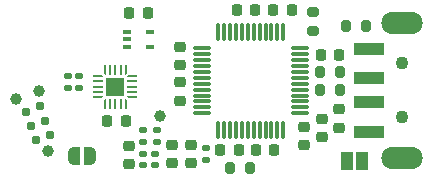
<source format=gbr>
%TF.GenerationSoftware,KiCad,Pcbnew,7.0.7*%
%TF.CreationDate,2024-04-01T13:08:00+02:00*%
%TF.ProjectId,ovrdrive,6f767264-7269-4766-952e-6b696361645f,rev?*%
%TF.SameCoordinates,Original*%
%TF.FileFunction,Soldermask,Top*%
%TF.FilePolarity,Negative*%
%FSLAX46Y46*%
G04 Gerber Fmt 4.6, Leading zero omitted, Abs format (unit mm)*
G04 Created by KiCad (PCBNEW 7.0.7) date 2024-04-01 13:08:00*
%MOMM*%
%LPD*%
G01*
G04 APERTURE LIST*
G04 Aperture macros list*
%AMRoundRect*
0 Rectangle with rounded corners*
0 $1 Rounding radius*
0 $2 $3 $4 $5 $6 $7 $8 $9 X,Y pos of 4 corners*
0 Add a 4 corners polygon primitive as box body*
4,1,4,$2,$3,$4,$5,$6,$7,$8,$9,$2,$3,0*
0 Add four circle primitives for the rounded corners*
1,1,$1+$1,$2,$3*
1,1,$1+$1,$4,$5*
1,1,$1+$1,$6,$7*
1,1,$1+$1,$8,$9*
0 Add four rect primitives between the rounded corners*
20,1,$1+$1,$2,$3,$4,$5,0*
20,1,$1+$1,$4,$5,$6,$7,0*
20,1,$1+$1,$6,$7,$8,$9,0*
20,1,$1+$1,$8,$9,$2,$3,0*%
%AMFreePoly0*
4,1,19,0.500000,-0.750000,0.000000,-0.750000,0.000000,-0.744911,-0.071157,-0.744911,-0.207708,-0.704816,-0.327430,-0.627875,-0.420627,-0.520320,-0.479746,-0.390866,-0.500000,-0.250000,-0.500000,0.250000,-0.479746,0.390866,-0.420627,0.520320,-0.327430,0.627875,-0.207708,0.704816,-0.071157,0.744911,0.000000,0.744911,0.000000,0.750000,0.500000,0.750000,0.500000,-0.750000,0.500000,-0.750000,
$1*%
%AMFreePoly1*
4,1,19,0.000000,0.744911,0.071157,0.744911,0.207708,0.704816,0.327430,0.627875,0.420627,0.520320,0.479746,0.390866,0.500000,0.250000,0.500000,-0.250000,0.479746,-0.390866,0.420627,-0.520320,0.327430,-0.627875,0.207708,-0.704816,0.071157,-0.744911,0.000000,-0.744911,0.000000,-0.750000,-0.500000,-0.750000,-0.500000,0.750000,0.000000,0.750000,0.000000,0.744911,0.000000,0.744911,
$1*%
%AMFreePoly2*
4,1,14,0.289644,0.110355,0.410355,-0.010356,0.425000,-0.045711,0.425000,-0.075000,0.410355,-0.110355,0.375000,-0.125000,-0.375000,-0.125000,-0.410355,-0.110355,-0.425000,-0.075000,-0.425000,0.075000,-0.410355,0.110355,-0.375000,0.125000,0.254289,0.125000,0.289644,0.110355,0.289644,0.110355,$1*%
%AMFreePoly3*
4,1,14,0.410355,0.110355,0.425000,0.075000,0.425000,0.045711,0.410355,0.010356,0.289644,-0.110355,0.254289,-0.125000,-0.375000,-0.125000,-0.410355,-0.110355,-0.425000,-0.075000,-0.425000,0.075000,-0.410355,0.110355,-0.375000,0.125000,0.375000,0.125000,0.410355,0.110355,0.410355,0.110355,$1*%
%AMFreePoly4*
4,1,14,0.110355,0.410355,0.125000,0.375000,0.125000,-0.375000,0.110355,-0.410355,0.075000,-0.425000,-0.075000,-0.425000,-0.110355,-0.410355,-0.125000,-0.375000,-0.125000,0.254289,-0.110355,0.289644,0.010356,0.410355,0.045711,0.425000,0.075000,0.425000,0.110355,0.410355,0.110355,0.410355,$1*%
%AMFreePoly5*
4,1,14,-0.010356,0.410355,0.110355,0.289644,0.125000,0.254289,0.125000,-0.375000,0.110355,-0.410355,0.075000,-0.425000,-0.075000,-0.425000,-0.110355,-0.410355,-0.125000,-0.375000,-0.125000,0.375000,-0.110355,0.410355,-0.075000,0.425000,-0.045711,0.425000,-0.010356,0.410355,-0.010356,0.410355,$1*%
%AMFreePoly6*
4,1,14,0.410355,0.110355,0.425000,0.075000,0.425000,-0.075000,0.410355,-0.110355,0.375000,-0.125000,-0.254289,-0.125000,-0.289644,-0.110355,-0.410355,0.010356,-0.425000,0.045711,-0.425000,0.075000,-0.410355,0.110355,-0.375000,0.125000,0.375000,0.125000,0.410355,0.110355,0.410355,0.110355,$1*%
%AMFreePoly7*
4,1,14,0.410355,0.110355,0.425000,0.075000,0.425000,-0.075000,0.410355,-0.110355,0.375000,-0.125000,-0.375000,-0.125000,-0.410355,-0.110355,-0.425000,-0.075000,-0.425000,-0.045711,-0.410355,-0.010356,-0.289644,0.110355,-0.254289,0.125000,0.375000,0.125000,0.410355,0.110355,0.410355,0.110355,$1*%
%AMFreePoly8*
4,1,14,0.110355,0.410355,0.125000,0.375000,0.125000,-0.254289,0.110355,-0.289644,-0.010356,-0.410355,-0.045711,-0.425000,-0.075000,-0.425000,-0.110355,-0.410355,-0.125000,-0.375000,-0.125000,0.375000,-0.110355,0.410355,-0.075000,0.425000,0.075000,0.425000,0.110355,0.410355,0.110355,0.410355,$1*%
%AMFreePoly9*
4,1,14,0.110355,0.410355,0.125000,0.375000,0.125000,-0.375000,0.110355,-0.410355,0.075000,-0.425000,0.045711,-0.425000,0.010356,-0.410355,-0.110355,-0.289644,-0.125000,-0.254289,-0.125000,0.375000,-0.110355,0.410355,-0.075000,0.425000,0.075000,0.425000,0.110355,0.410355,0.110355,0.410355,$1*%
G04 Aperture macros list end*
%ADD10RoundRect,0.218750X0.256250X-0.218750X0.256250X0.218750X-0.256250X0.218750X-0.256250X-0.218750X0*%
%ADD11RoundRect,0.225000X0.225000X0.250000X-0.225000X0.250000X-0.225000X-0.250000X0.225000X-0.250000X0*%
%ADD12RoundRect,0.147500X0.172500X-0.147500X0.172500X0.147500X-0.172500X0.147500X-0.172500X-0.147500X0*%
%ADD13RoundRect,0.225000X-0.225000X-0.250000X0.225000X-0.250000X0.225000X0.250000X-0.225000X0.250000X0*%
%ADD14RoundRect,0.200000X0.200000X0.275000X-0.200000X0.275000X-0.200000X-0.275000X0.200000X-0.275000X0*%
%ADD15RoundRect,0.225000X-0.250000X0.225000X-0.250000X-0.225000X0.250000X-0.225000X0.250000X0.225000X0*%
%ADD16RoundRect,0.135000X-0.185000X0.135000X-0.185000X-0.135000X0.185000X-0.135000X0.185000X0.135000X0*%
%ADD17FreePoly0,180.000000*%
%ADD18FreePoly1,180.000000*%
%ADD19C,1.100000*%
%ADD20R,2.500000X1.100000*%
%ADD21O,3.500000X1.900000*%
%ADD22R,0.650000X0.400000*%
%ADD23C,0.990600*%
%ADD24C,0.787400*%
%ADD25RoundRect,0.225000X0.250000X-0.225000X0.250000X0.225000X-0.250000X0.225000X-0.250000X-0.225000X0*%
%ADD26C,1.000000*%
%ADD27R,1.000000X1.500000*%
%ADD28RoundRect,0.200000X-0.275000X0.200000X-0.275000X-0.200000X0.275000X-0.200000X0.275000X0.200000X0*%
%ADD29RoundRect,0.135000X0.185000X-0.135000X0.185000X0.135000X-0.185000X0.135000X-0.185000X-0.135000X0*%
%ADD30FreePoly2,0.000000*%
%ADD31RoundRect,0.062500X-0.362500X-0.062500X0.362500X-0.062500X0.362500X0.062500X-0.362500X0.062500X0*%
%ADD32FreePoly3,0.000000*%
%ADD33FreePoly4,0.000000*%
%ADD34RoundRect,0.062500X-0.062500X-0.362500X0.062500X-0.362500X0.062500X0.362500X-0.062500X0.362500X0*%
%ADD35FreePoly5,0.000000*%
%ADD36FreePoly6,0.000000*%
%ADD37FreePoly7,0.000000*%
%ADD38FreePoly8,0.000000*%
%ADD39FreePoly9,0.000000*%
%ADD40R,1.600000X1.600000*%
%ADD41RoundRect,0.075000X-0.075000X0.662500X-0.075000X-0.662500X0.075000X-0.662500X0.075000X0.662500X0*%
%ADD42RoundRect,0.075000X-0.662500X0.075000X-0.662500X-0.075000X0.662500X-0.075000X0.662500X0.075000X0*%
G04 APERTURE END LIST*
D10*
%TO.C,D1*%
X124200000Y-110387500D03*
X124200000Y-108812500D03*
%TD*%
D11*
%TO.C,C17*%
X129675000Y-97400000D03*
X128125000Y-97400000D03*
%TD*%
D12*
%TO.C,D3*%
X121200000Y-110575000D03*
X121200000Y-109605000D03*
%TD*%
D13*
%TO.C,C7*%
X131225000Y-97400000D03*
X132775000Y-97400000D03*
%TD*%
D11*
%TO.C,C18*%
X120575000Y-97700000D03*
X119025000Y-97700000D03*
%TD*%
D14*
%TO.C,R4*%
X136825000Y-102700000D03*
X135175000Y-102700000D03*
%TD*%
%TO.C,R5*%
X139050000Y-98800000D03*
X137400000Y-98800000D03*
%TD*%
D15*
%TO.C,C6*%
X135300000Y-106625000D03*
X135300000Y-108175000D03*
%TD*%
D16*
%TO.C,R7*%
X114800000Y-102990000D03*
X114800000Y-104010000D03*
%TD*%
D17*
%TO.C,JP3*%
X115650000Y-109750000D03*
D18*
X114350000Y-109750000D03*
%TD*%
D19*
%TO.C,J1*%
X142100000Y-101900000D03*
X142100000Y-106500000D03*
D20*
X139350000Y-100700000D03*
X139350000Y-103200000D03*
X139350000Y-105200000D03*
X139350000Y-107700000D03*
D21*
X142100000Y-98500000D03*
X142100000Y-109900000D03*
%TD*%
D15*
%TO.C,C10*%
X123300000Y-103525000D03*
X123300000Y-105075000D03*
%TD*%
D22*
%TO.C,U4*%
X118850000Y-99250000D03*
X118850000Y-99900000D03*
X118850000Y-100550000D03*
X120750000Y-100550000D03*
X120750000Y-99250000D03*
%TD*%
D23*
%TO.C,J3*%
X112131070Y-109376227D03*
X109438880Y-104950081D03*
X111348336Y-104255096D03*
D24*
X112293409Y-107965635D03*
X111100000Y-108400000D03*
X111859044Y-106772225D03*
X110665634Y-107206591D03*
X111424678Y-105578816D03*
X110231269Y-106013181D03*
%TD*%
D11*
%TO.C,C8*%
X128275000Y-109300000D03*
X126725000Y-109300000D03*
%TD*%
D25*
%TO.C,C3*%
X119000000Y-110465000D03*
X119000000Y-108915000D03*
%TD*%
D26*
%TO.C,TP2*%
X121600000Y-106400000D03*
%TD*%
D12*
%TO.C,D2*%
X120200000Y-110575000D03*
X120200000Y-109605000D03*
%TD*%
D15*
%TO.C,C9*%
X136800000Y-105825000D03*
X136800000Y-107375000D03*
%TD*%
D27*
%TO.C,JP2*%
X138750000Y-110200000D03*
X137450000Y-110200000D03*
%TD*%
D16*
%TO.C,R9*%
X125500000Y-109090000D03*
X125500000Y-110110000D03*
%TD*%
D14*
%TO.C,R3*%
X136825000Y-104200000D03*
X135175000Y-104200000D03*
%TD*%
D28*
%TO.C,R10*%
X134600000Y-97575000D03*
X134600000Y-99225000D03*
%TD*%
D25*
%TO.C,C14*%
X122600000Y-110375000D03*
X122600000Y-108825000D03*
%TD*%
D11*
%TO.C,C4*%
X118700000Y-106800000D03*
X117150000Y-106800000D03*
%TD*%
D13*
%TO.C,C12*%
X129725000Y-109300000D03*
X131275000Y-109300000D03*
%TD*%
D29*
%TO.C,R1*%
X120200000Y-108600000D03*
X120200000Y-107580000D03*
%TD*%
%TO.C,R2*%
X121400000Y-108600000D03*
X121400000Y-107580000D03*
%TD*%
D30*
%TO.C,U3*%
X116375000Y-103000000D03*
D31*
X116375000Y-103450000D03*
X116375000Y-103900000D03*
X116375000Y-104350000D03*
D32*
X116375000Y-104800000D03*
D33*
X116925000Y-105350000D03*
D34*
X117375000Y-105350000D03*
X117825000Y-105350000D03*
X118275000Y-105350000D03*
D35*
X118725000Y-105350000D03*
D36*
X119275000Y-104800000D03*
D31*
X119275000Y-104350000D03*
X119275000Y-103900000D03*
X119275000Y-103450000D03*
D37*
X119275000Y-103000000D03*
D38*
X118725000Y-102450000D03*
D34*
X118275000Y-102450000D03*
X117825000Y-102450000D03*
X117375000Y-102450000D03*
D39*
X116925000Y-102450000D03*
D40*
X117825000Y-103900000D03*
%TD*%
D15*
%TO.C,C5*%
X133800000Y-107325000D03*
X133800000Y-108875000D03*
%TD*%
D25*
%TO.C,C11*%
X123300000Y-102075000D03*
X123300000Y-100525000D03*
%TD*%
D13*
%TO.C,C13*%
X135225000Y-101200000D03*
X136775000Y-101200000D03*
%TD*%
D14*
%TO.C,R6*%
X129225000Y-110800000D03*
X127575000Y-110800000D03*
%TD*%
D29*
%TO.C,R8*%
X113800000Y-104010000D03*
X113800000Y-102990000D03*
%TD*%
D41*
%TO.C,U1*%
X132050000Y-99237500D03*
X131550000Y-99237500D03*
X131050000Y-99237500D03*
X130550000Y-99237500D03*
X130050000Y-99237500D03*
X129550000Y-99237500D03*
X129050000Y-99237500D03*
X128550000Y-99237500D03*
X128050000Y-99237500D03*
X127550000Y-99237500D03*
X127050000Y-99237500D03*
X126550000Y-99237500D03*
D42*
X125137500Y-100650000D03*
X125137500Y-101150000D03*
X125137500Y-101650000D03*
X125137500Y-102150000D03*
X125137500Y-102650000D03*
X125137500Y-103150000D03*
X125137500Y-103650000D03*
X125137500Y-104150000D03*
X125137500Y-104650000D03*
X125137500Y-105150000D03*
X125137500Y-105650000D03*
X125137500Y-106150000D03*
D41*
X126550000Y-107562500D03*
X127050000Y-107562500D03*
X127550000Y-107562500D03*
X128050000Y-107562500D03*
X128550000Y-107562500D03*
X129050000Y-107562500D03*
X129550000Y-107562500D03*
X130050000Y-107562500D03*
X130550000Y-107562500D03*
X131050000Y-107562500D03*
X131550000Y-107562500D03*
X132050000Y-107562500D03*
D42*
X133462500Y-106150000D03*
X133462500Y-105650000D03*
X133462500Y-105150000D03*
X133462500Y-104650000D03*
X133462500Y-104150000D03*
X133462500Y-103650000D03*
X133462500Y-103150000D03*
X133462500Y-102650000D03*
X133462500Y-102150000D03*
X133462500Y-101650000D03*
X133462500Y-101150000D03*
X133462500Y-100650000D03*
%TD*%
M02*

</source>
